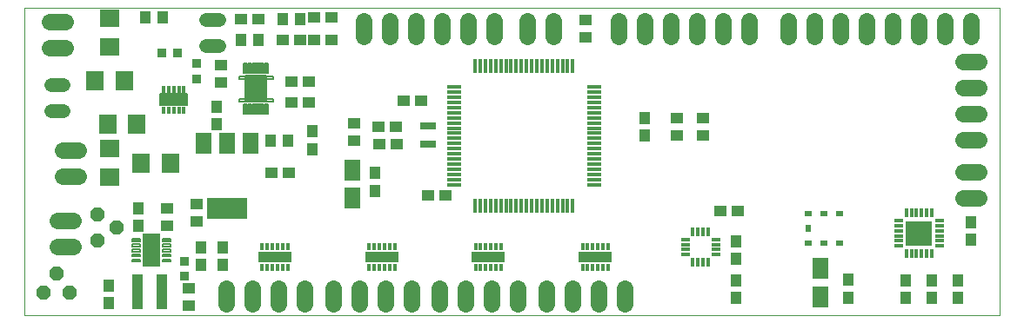
<source format=gts>
G75*
%MOIN*%
%OFA0B0*%
%FSLAX24Y24*%
%IPPOS*%
%LPD*%
%AMOC8*
5,1,8,0,0,1.08239X$1,22.5*
%
%ADD10C,0.0000*%
%ADD11R,0.0160X0.0300*%
%ADD12R,0.1030X0.0410*%
%ADD13C,0.0260*%
%ADD14C,0.0060*%
%ADD15R,0.0749X0.0670*%
%ADD16R,0.0355X0.0355*%
%ADD17C,0.0520*%
%ADD18R,0.0670X0.0750*%
%ADD19C,0.0640*%
%ADD20R,0.0120X0.0370*%
%ADD21R,0.0810X0.1000*%
%ADD22R,0.0434X0.0473*%
%ADD23R,0.0473X0.0434*%
%ADD24R,0.0631X0.0808*%
%ADD25R,0.0158X0.0571*%
%ADD26R,0.0571X0.0158*%
%ADD27OC8,0.0520*%
%ADD28R,0.0690X0.1260*%
%ADD29C,0.0075*%
%ADD30R,0.0420X0.1360*%
%ADD31C,0.0631*%
%ADD32R,0.1260X0.0430*%
%ADD33R,0.0630X0.0830*%
%ADD34R,0.1540X0.0830*%
%ADD35R,0.0591X0.0316*%
%ADD36R,0.0276X0.0237*%
%ADD37R,0.0237X0.0276*%
%ADD38R,0.0355X0.0158*%
%ADD39R,0.0158X0.0355*%
%ADD40R,0.0157X0.0354*%
%ADD41R,0.0335X0.0157*%
%ADD42R,0.1043X0.0965*%
D10*
X000559Y000331D02*
X000559Y012142D01*
X037929Y012142D01*
X037929Y000331D01*
X000559Y000331D01*
D11*
X009669Y002171D03*
X009859Y002171D03*
X010059Y002171D03*
X010259Y002171D03*
X010459Y002171D03*
X010649Y002171D03*
X010649Y002971D03*
X010459Y002971D03*
X010259Y002971D03*
X010059Y002971D03*
X009859Y002971D03*
X009669Y002971D03*
X013769Y002971D03*
X013959Y002971D03*
X014159Y002971D03*
X014359Y002971D03*
X014559Y002971D03*
X014749Y002971D03*
X014749Y002171D03*
X014559Y002171D03*
X014359Y002171D03*
X014159Y002171D03*
X013959Y002171D03*
X013769Y002171D03*
X017849Y002181D03*
X018039Y002181D03*
X018239Y002181D03*
X018439Y002181D03*
X018639Y002181D03*
X018829Y002181D03*
X018829Y002981D03*
X018639Y002981D03*
X018439Y002981D03*
X018239Y002981D03*
X018039Y002981D03*
X017849Y002981D03*
X021949Y002971D03*
X022139Y002971D03*
X022339Y002971D03*
X022539Y002971D03*
X022739Y002971D03*
X022929Y002971D03*
X022929Y002171D03*
X022739Y002171D03*
X022539Y002171D03*
X022339Y002171D03*
X022139Y002171D03*
X021949Y002171D03*
X006672Y008209D03*
X006482Y008209D03*
X006282Y008209D03*
X006082Y008209D03*
X005892Y008209D03*
X005892Y009009D03*
X006082Y009009D03*
X006282Y009009D03*
X006482Y009009D03*
X006672Y009009D03*
D12*
X006282Y008609D03*
D13*
X006282Y008609D03*
X006592Y008609D03*
X005972Y008609D03*
X009267Y008720D03*
X009587Y008720D03*
X009587Y009030D03*
X009267Y009030D03*
X009267Y009340D03*
X009587Y009340D03*
D14*
X009807Y009410D02*
X009807Y009510D01*
X010077Y009510D01*
X010077Y009410D01*
X009807Y009410D01*
X009837Y009420D02*
X009017Y009420D01*
X009017Y009540D01*
X009197Y009540D01*
X009657Y009540D01*
X009837Y009540D01*
X009837Y009420D01*
X009837Y009260D01*
X009017Y009260D01*
X009017Y009420D01*
X009047Y009410D02*
X009047Y009510D01*
X008777Y009510D01*
X008777Y009410D01*
X009047Y009410D01*
X009017Y009260D02*
X009017Y009110D01*
X009837Y009110D01*
X009837Y009260D01*
X009837Y009110D02*
X009837Y008950D01*
X009017Y008950D01*
X009017Y009110D01*
X009017Y008950D02*
X009017Y008800D01*
X009837Y008800D01*
X009837Y008950D01*
X009837Y008800D02*
X009837Y008640D01*
X009837Y008520D01*
X009657Y008520D01*
X009197Y008520D01*
X009017Y008520D01*
X009017Y008640D01*
X009837Y008640D01*
X009807Y008650D02*
X009807Y008550D01*
X010077Y008550D01*
X010077Y008650D01*
X009807Y008650D01*
X009657Y008520D02*
X009657Y009540D01*
X009597Y009620D02*
X009597Y010000D01*
X009727Y010000D01*
X009727Y009620D01*
X009597Y009620D01*
X009577Y009620D02*
X009577Y010000D01*
X009437Y010000D01*
X009437Y009620D01*
X009577Y009620D01*
X009507Y009540D02*
X009507Y008520D01*
X009347Y008520D01*
X009347Y009540D01*
X009507Y009540D01*
X009417Y009620D02*
X009417Y010000D01*
X009277Y010000D01*
X009277Y009620D01*
X009417Y009620D01*
X009257Y009620D02*
X009257Y010000D01*
X009127Y010000D01*
X009127Y009620D01*
X009257Y009620D01*
X009197Y009540D02*
X009197Y008520D01*
X009257Y008440D02*
X009127Y008440D01*
X009127Y008060D01*
X009257Y008060D01*
X009257Y008440D01*
X009277Y008440D02*
X009277Y008060D01*
X009417Y008060D01*
X009417Y008440D01*
X009277Y008440D01*
X009437Y008440D02*
X009437Y008060D01*
X009577Y008060D01*
X009577Y008440D01*
X009437Y008440D01*
X009597Y008440D02*
X009597Y008060D01*
X009727Y008060D01*
X009727Y008440D01*
X009597Y008440D01*
X009757Y008440D02*
X009757Y008060D01*
X009887Y008060D01*
X009887Y008440D01*
X009757Y008440D01*
X009097Y008440D02*
X008967Y008440D01*
X008967Y008060D01*
X009097Y008060D01*
X009097Y008440D01*
X009047Y008550D02*
X009047Y008650D01*
X008777Y008650D01*
X008777Y008550D01*
X009047Y008550D01*
X009017Y008640D02*
X009017Y008800D01*
X006802Y008819D02*
X006802Y008689D01*
X005762Y008689D01*
X005762Y008819D01*
X005892Y008819D01*
X006672Y008819D01*
X006802Y008819D01*
X006802Y008689D02*
X006802Y008529D01*
X006802Y008399D01*
X006672Y008399D01*
X005892Y008399D01*
X005762Y008399D01*
X005762Y008529D01*
X006802Y008529D01*
X006672Y008399D02*
X006672Y008819D01*
X006512Y008819D02*
X006512Y008399D01*
X006362Y008399D01*
X006362Y008819D01*
X006512Y008819D01*
X006202Y008819D02*
X006202Y008399D01*
X006052Y008399D01*
X006052Y008819D01*
X006202Y008819D01*
X005892Y008819D02*
X005892Y008399D01*
X005762Y008529D02*
X005762Y008689D01*
X008967Y009620D02*
X008967Y010000D01*
X009097Y010000D01*
X009097Y009620D01*
X008967Y009620D01*
X009757Y009620D02*
X009757Y010000D01*
X009887Y010000D01*
X009887Y009620D01*
X009757Y009620D01*
D15*
X003809Y010625D03*
X003809Y011727D03*
X003809Y006727D03*
X003809Y005625D03*
D16*
X006699Y002416D03*
X006699Y001826D03*
X007149Y009400D03*
X007149Y009991D03*
X006414Y010416D03*
X005823Y010416D03*
D17*
X007528Y010653D02*
X008008Y010653D01*
X008008Y011653D02*
X007528Y011653D01*
X002069Y009176D02*
X001589Y009176D01*
X001589Y008176D02*
X002069Y008176D01*
D18*
X003749Y007676D03*
X004868Y007676D03*
X005029Y006156D03*
X006148Y006156D03*
X004388Y009336D03*
X003269Y009336D03*
D19*
X002129Y010596D02*
X001529Y010596D01*
X001529Y011596D02*
X002129Y011596D01*
X013559Y011631D02*
X013559Y011031D01*
X014559Y011031D02*
X014559Y011631D01*
X015559Y011631D02*
X015559Y011031D01*
X016559Y011031D02*
X016559Y011631D01*
X017559Y011631D02*
X017559Y011031D01*
X018559Y011031D02*
X018559Y011631D01*
X019809Y011631D02*
X019809Y011031D01*
X020809Y011031D02*
X020809Y011631D01*
X023309Y011631D02*
X023309Y011031D01*
X024309Y011031D02*
X024309Y011631D01*
X025309Y011631D02*
X025309Y011031D01*
X026309Y011031D02*
X026309Y011631D01*
X027309Y011631D02*
X027309Y011031D01*
X028309Y011031D02*
X028309Y011631D01*
X029809Y011631D02*
X029809Y011031D01*
X030809Y011031D02*
X030809Y011631D01*
X031809Y011631D02*
X031809Y011031D01*
X032809Y011031D02*
X032809Y011631D01*
X033809Y011631D02*
X033809Y011031D01*
X034809Y011031D02*
X034809Y011631D01*
X035809Y011631D02*
X035809Y011031D01*
X036809Y011031D02*
X036809Y011631D01*
X037109Y010081D02*
X036509Y010081D01*
X036509Y009081D02*
X037109Y009081D01*
X037109Y008081D02*
X036509Y008081D01*
X036509Y007081D02*
X037109Y007081D01*
X037109Y005831D02*
X036509Y005831D01*
X036509Y004831D02*
X037109Y004831D01*
X023559Y001381D02*
X023559Y000781D01*
X022559Y000781D02*
X022559Y001381D01*
X021559Y001381D02*
X021559Y000781D01*
X020559Y000781D02*
X020559Y001381D01*
X019469Y001381D02*
X019469Y000781D01*
X018469Y000781D02*
X018469Y001381D01*
X017469Y001381D02*
X017469Y000781D01*
X016469Y000781D02*
X016469Y001381D01*
X015379Y001381D02*
X015379Y000781D01*
X014379Y000781D02*
X014379Y001381D01*
X013379Y001381D02*
X013379Y000781D01*
X012379Y000781D02*
X012379Y001381D01*
X011289Y001381D02*
X011289Y000781D01*
X010289Y000781D02*
X010289Y001381D01*
X009289Y001381D02*
X009289Y000781D01*
X008289Y000781D02*
X008289Y001381D01*
X002609Y005676D02*
X002009Y005676D01*
X002009Y006676D02*
X002609Y006676D01*
D20*
X009037Y008250D03*
X009187Y008250D03*
X009347Y008250D03*
X009507Y008250D03*
X009667Y008250D03*
X009817Y008250D03*
X009817Y009810D03*
X009667Y009810D03*
X009507Y009810D03*
X009347Y009810D03*
X009187Y009810D03*
X009037Y009810D03*
D21*
X009427Y009030D03*
D22*
X007919Y008346D03*
X007919Y007676D03*
X009984Y007051D03*
X010653Y007051D03*
X011599Y007386D03*
X011599Y006716D03*
X013999Y005786D03*
X013999Y005116D03*
X008159Y002936D03*
X007309Y002936D03*
X007309Y002266D03*
X008159Y002266D03*
X004919Y003754D03*
X004919Y004423D03*
X003795Y001468D03*
X003795Y000799D03*
X024309Y007246D03*
X024309Y007916D03*
X036809Y003916D03*
X036809Y003246D03*
X032109Y001686D03*
X032109Y001016D03*
X034309Y000996D03*
X035309Y000996D03*
X036309Y000996D03*
X036309Y001666D03*
X035309Y001666D03*
X034309Y001666D03*
X027809Y001666D03*
X027809Y000996D03*
X027809Y002496D03*
X027809Y003166D03*
X009533Y010891D03*
X008864Y010891D03*
X010464Y011691D03*
X011133Y011691D03*
X005853Y011771D03*
X005184Y011771D03*
D23*
X008864Y011691D03*
X009533Y011691D03*
X011663Y011773D03*
X012332Y011773D03*
X012332Y010893D03*
X011663Y010893D03*
X011133Y010891D03*
X010464Y010891D03*
X008079Y009946D03*
X008079Y009276D03*
X010784Y009291D03*
X011453Y009291D03*
X011453Y008491D03*
X010784Y008491D03*
X013199Y007706D03*
X014134Y007581D03*
X014803Y007581D03*
X013199Y007036D03*
X014144Y006891D03*
X014813Y006891D03*
X010694Y005804D03*
X010025Y005804D03*
X007149Y004596D03*
X006009Y004446D03*
X007149Y003926D03*
X006009Y003776D03*
X006859Y001356D03*
X006859Y000686D03*
X016024Y004931D03*
X016693Y004931D03*
X025559Y007246D03*
X026559Y007246D03*
X026559Y007916D03*
X025559Y007916D03*
X022059Y010996D03*
X022059Y011666D03*
X015773Y008571D03*
X015104Y008571D03*
X027224Y004331D03*
X027893Y004331D03*
D24*
X031059Y002122D03*
X031059Y001040D03*
X013119Y004830D03*
X013119Y005912D03*
D25*
X017828Y004534D03*
X018025Y004534D03*
X018222Y004534D03*
X018419Y004534D03*
X018616Y004534D03*
X018813Y004534D03*
X019010Y004534D03*
X019206Y004534D03*
X019403Y004534D03*
X019600Y004534D03*
X019797Y004534D03*
X019994Y004534D03*
X020191Y004534D03*
X020388Y004534D03*
X020584Y004534D03*
X020781Y004534D03*
X020978Y004534D03*
X021175Y004534D03*
X021372Y004534D03*
X021569Y004534D03*
X021569Y009908D03*
X021372Y009908D03*
X021175Y009908D03*
X020978Y009908D03*
X020781Y009908D03*
X020584Y009908D03*
X020388Y009908D03*
X020191Y009908D03*
X019994Y009908D03*
X019797Y009908D03*
X019600Y009908D03*
X019403Y009908D03*
X019206Y009908D03*
X019010Y009908D03*
X018813Y009908D03*
X018616Y009908D03*
X018419Y009908D03*
X018222Y009908D03*
X018025Y009908D03*
X017828Y009908D03*
D26*
X017012Y009091D03*
X017012Y008894D03*
X017012Y008697D03*
X017012Y008500D03*
X017012Y008304D03*
X017012Y008107D03*
X017012Y007910D03*
X017012Y007713D03*
X017012Y007516D03*
X017012Y007319D03*
X017012Y007123D03*
X017012Y006926D03*
X017012Y006729D03*
X017012Y006532D03*
X017012Y006335D03*
X017012Y006138D03*
X017012Y005941D03*
X017012Y005745D03*
X017012Y005548D03*
X017012Y005351D03*
X022386Y005351D03*
X022386Y005548D03*
X022386Y005745D03*
X022386Y005941D03*
X022386Y006138D03*
X022386Y006335D03*
X022386Y006532D03*
X022386Y006729D03*
X022386Y006926D03*
X022386Y007123D03*
X022386Y007319D03*
X022386Y007516D03*
X022386Y007713D03*
X022386Y007910D03*
X022386Y008107D03*
X022386Y008304D03*
X022386Y008500D03*
X022386Y008697D03*
X022386Y008894D03*
X022386Y009091D03*
D27*
X004093Y003707D03*
X003343Y003207D03*
X003343Y004207D03*
X001789Y001951D03*
X002289Y001201D03*
X001289Y001201D03*
D28*
X005431Y002821D03*
D29*
X005862Y002859D02*
X006162Y002859D01*
X006162Y002783D01*
X005862Y002783D01*
X005862Y002859D01*
X005862Y002857D02*
X006162Y002857D01*
X006162Y003056D02*
X005862Y003056D01*
X006162Y003056D02*
X006162Y002980D01*
X005862Y002980D01*
X005862Y003056D01*
X005862Y003054D02*
X006162Y003054D01*
X006162Y003253D02*
X005862Y003253D01*
X006162Y003253D02*
X006162Y003177D01*
X005862Y003177D01*
X005862Y003253D01*
X005862Y003251D02*
X006162Y003251D01*
X005000Y003177D02*
X004700Y003177D01*
X004700Y003253D01*
X005000Y003253D01*
X005000Y003177D01*
X005000Y003251D02*
X004700Y003251D01*
X004700Y002980D02*
X005000Y002980D01*
X004700Y002980D02*
X004700Y003056D01*
X005000Y003056D01*
X005000Y002980D01*
X005000Y003054D02*
X004700Y003054D01*
X004700Y002783D02*
X005000Y002783D01*
X004700Y002783D02*
X004700Y002859D01*
X005000Y002859D01*
X005000Y002783D01*
X005000Y002857D02*
X004700Y002857D01*
X004700Y002586D02*
X005000Y002586D01*
X004700Y002586D02*
X004700Y002662D01*
X005000Y002662D01*
X005000Y002586D01*
X005000Y002660D02*
X004700Y002660D01*
X004700Y002389D02*
X005000Y002389D01*
X004700Y002389D02*
X004700Y002465D01*
X005000Y002465D01*
X005000Y002389D01*
X005000Y002463D02*
X004700Y002463D01*
X005862Y002465D02*
X006162Y002465D01*
X006162Y002389D01*
X005862Y002389D01*
X005862Y002465D01*
X005862Y002463D02*
X006162Y002463D01*
X006162Y002662D02*
X005862Y002662D01*
X006162Y002662D02*
X006162Y002586D01*
X005862Y002586D01*
X005862Y002662D01*
X005862Y002660D02*
X006162Y002660D01*
D30*
X005821Y001231D03*
X004891Y001231D03*
D31*
X002429Y002981D02*
X001838Y002981D01*
X001838Y003981D02*
X002429Y003981D01*
D32*
X010159Y002571D03*
X014259Y002571D03*
X018339Y002581D03*
X022439Y002571D03*
D33*
X009209Y006931D03*
X008309Y006931D03*
X007409Y006931D03*
D34*
X008319Y004451D03*
D35*
X016019Y006916D03*
X016019Y007586D03*
D36*
X030598Y004242D03*
X031189Y004242D03*
X031779Y004242D03*
X031779Y003100D03*
X031189Y003100D03*
X030598Y003100D03*
D37*
X030598Y003671D03*
D38*
X027059Y003246D03*
X027059Y003049D03*
X027059Y002853D03*
X027059Y002656D03*
X025878Y002656D03*
X025878Y002853D03*
X025878Y003049D03*
X025878Y003246D03*
D39*
X026173Y003541D03*
X026370Y003541D03*
X026567Y003541D03*
X026764Y003541D03*
X026764Y002360D03*
X026567Y002360D03*
X026370Y002360D03*
X026173Y002360D03*
D40*
X034346Y002703D03*
X034543Y002703D03*
X034740Y002703D03*
X034937Y002703D03*
X035134Y002703D03*
X035331Y002703D03*
X035331Y004259D03*
X035134Y004259D03*
X034937Y004259D03*
X034740Y004259D03*
X034543Y004259D03*
X034346Y004259D03*
D41*
X034051Y003973D03*
X034051Y003776D03*
X034051Y003579D03*
X034051Y003383D03*
X034051Y003186D03*
X034051Y002989D03*
X035626Y002989D03*
X035626Y003186D03*
X035626Y003383D03*
X035626Y003579D03*
X035626Y003776D03*
X035626Y003973D03*
D42*
X034839Y003481D03*
M02*

</source>
